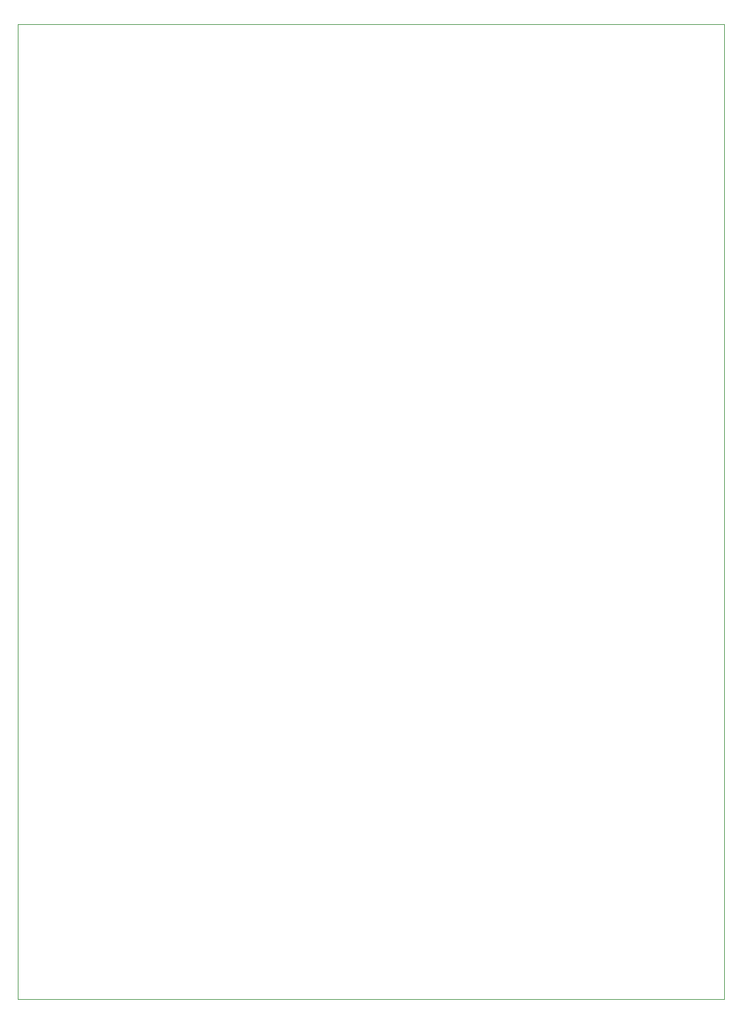
<source format=gm1>
G04 #@! TF.GenerationSoftware,KiCad,Pcbnew,(5.1.4)-1*
G04 #@! TF.CreationDate,2021-10-14T17:59:47+07:00*
G04 #@! TF.ProjectId,Keypad_pcb,4b657970-6164-45f7-9063-622e6b696361,rev?*
G04 #@! TF.SameCoordinates,Original*
G04 #@! TF.FileFunction,Profile,NP*
%FSLAX46Y46*%
G04 Gerber Fmt 4.6, Leading zero omitted, Abs format (unit mm)*
G04 Created by KiCad (PCBNEW (5.1.4)-1) date 2021-10-14 17:59:47*
%MOMM*%
%LPD*%
G04 APERTURE LIST*
%ADD10C,0.050000*%
G04 APERTURE END LIST*
D10*
X27940000Y-186690000D02*
X22860000Y-186690000D01*
X27940000Y-57150000D02*
X22860000Y-57150000D01*
X22860000Y-186690000D02*
X22860000Y-57150000D01*
X116840000Y-186690000D02*
X27940000Y-186690000D01*
X116840000Y-57150000D02*
X116840000Y-186690000D01*
X27940000Y-57150000D02*
X116840000Y-57150000D01*
M02*

</source>
